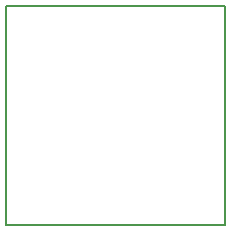
<source format=gm1>
G04 #@! TF.FileFunction,Profile,NP*
%FSLAX46Y46*%
G04 Gerber Fmt 4.6, Leading zero omitted, Abs format (unit mm)*
G04 Created by KiCad (PCBNEW 4.0.2-stable) date Sat 23 Apr 2016 11:16:51 PM AKDT*
%MOMM*%
G01*
G04 APERTURE LIST*
%ADD10C,0.100000*%
%ADD11C,0.150000*%
G04 APERTURE END LIST*
D10*
D11*
X131500000Y-93000000D02*
X131500000Y-111000000D01*
X132000000Y-93000000D02*
X131500000Y-93000000D01*
X150000000Y-93000000D02*
X132000000Y-93000000D01*
X150000000Y-111500000D02*
X150000000Y-93000000D01*
X131500000Y-111500000D02*
X150000000Y-111500000D01*
X131500000Y-111000000D02*
X131500000Y-111500000D01*
M02*

</source>
